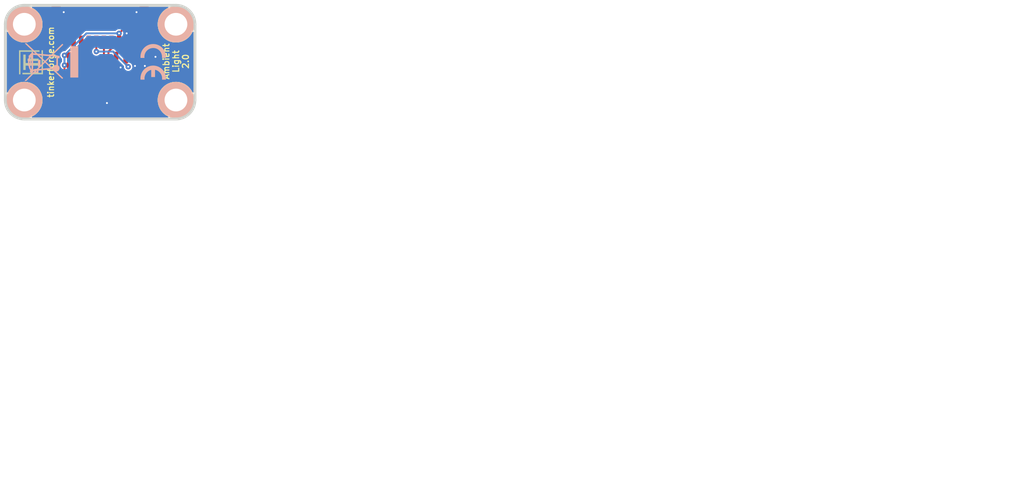
<source format=kicad_pcb>
(kicad_pcb (version 20221018) (generator pcbnew)
  (title_block (title "Ambient Light Bricklet") (date "Do 02 Apr 2015") (rev "2.0") (company "Tinkerforge") (comment 1 "Licensed under CERN OHL v.1.1") (comment 2 "Copyright (©) 2015, B.Nordmeyer <bastian@tinkerforge.com>"))
  (layers (0 "F.Cu" signal) (31 "B.Cu" signal) (34 "B.Paste" user) (35 "F.Paste" user) (36 "B.SilkS" user "B.Silkscreen") (37 "F.SilkS" user "F.Silkscreen") (38 "B.Mask" user) (39 "F.Mask" user) (44 "Edge.Cuts" user))
  (net 0 "")
  (net 1 "GND")
  (net 2 "VCC")
  (net 3 "SCL")
  (net 4 "SDA")
  (net 5 "Net-(P1-Pad6)")
  (net 6 "Net-(P1-Pad7)")
  (net 7 "Net-(P1-Pad8)")
  (net 8 "Net-(P1-Pad1)")
  (net 9 "Net-(P1-Pad9)")
  (net 10 "Net-(P1-Pad10)")
  (net 11 "Net-(U1-Pad7)")
  (footprint "kicad-libraries:CON-SENSOR" (layer "F.Cu") (at 142.4 86.5 180)
    (fp_text reference "P1")
    (fp_text value "CON-SENSOR")
    (pad "1" smd rect (at -4.50088 -4.7752 180) (size 0.59944 1.5494) (layers "F.Cu" "F.Paste" "F.Mask") (net 8 "Net-(P1-Pad1)"))
    (pad "2" smd rect (at -3.50012 -4.7752 180) (size 0.59944 1.5494) (layers "F.Cu" "F.Paste" "F.Mask") (net 1 "GND"))
    (pad "3" smd rect (at -2.49936 -4.7752 180) (size 0.59944 1.5494) (layers "F.Cu" "F.Paste" "F.Mask") (net 2 "VCC"))
    (pad "4" smd rect (at -1.50114 -4.7752 180) (size 0.59944 1.5494) (layers "F.Cu" "F.Paste" "F.Mask") (net 3 "SCL"))
    (pad "5" smd rect (at -0.50038 -4.7752 180) (size 0.59944 1.5494) (layers "F.Cu" "F.Paste" "F.Mask") (net 4 "SDA"))
    (pad "6" smd rect (at 0.50038 -4.7752 180) (size 0.59944 1.5494) (layers "F.Cu" "F.Paste" "F.Mask") (net 5 "Net-(P1-Pad6)"))
    (pad "7" smd rect (at 1.50114 -4.7752 180) (size 0.59944 1.5494) (layers "F.Cu" "F.Paste" "F.Mask") (net 6 "Net-(P1-Pad7)"))
    (pad "8" smd rect (at 2.49936 -4.7752 180) (size 0.59944 1.5494) (layers "F.Cu" "F.Paste" "F.Mask") (net 7 "Net-(P1-Pad8)"))
    (pad "9" smd rect (at 3.50012 -4.7752 180) (size 0.59944 1.5494) (layers "F.Cu" "F.Paste" "F.Mask") (net 9 "Net-(P1-Pad9)"))
    (pad "10" smd rect (at 4.50088 -4.7752 180) (size 0.59944 1.5494) (layers "F.Cu" "F.Paste" "F.Mask") (net 10 "Net-(P1-Pad10)"))
    (pad "EP" smd rect (at -5.79882 -0.89916 180) (size 1.19888 1.80086) (layers "F.Cu" "F.Paste" "F.Mask") (net 1 "GND"))
    (pad "EP" smd rect (at 5.79882 -0.89916 180) (size 1.19888 1.80086) (layers "F.Cu" "F.Paste" "F.Mask") (net 1 "GND"))
  )
  (footprint "kicad-libraries:SOIC8" (layer "F.Cu") (at 146.4 96.1 180)
    (fp_text reference "U1")
    (fp_text value "M24C64")
    (pad "1" smd rect (at -1.90246 2.69748) (size 0.59944 1.5494) (layers "F.Cu" "F.Paste" "F.Mask") (net 1 "GND"))
    (pad "2" smd rect (at -0.63246 2.69748) (size 0.59944 1.5494) (layers "F.Cu" "F.Paste" "F.Mask") (net 1 "GND"))
    (pad "3" smd rect (at 0.63246 2.69748) (size 0.59944 1.5494) (layers "F.Cu" "F.Paste" "F.Mask") (net 5 "Net-(P1-Pad6)"))
    (pad "4" smd rect (at 1.90246 2.69748) (size 0.59944 1.5494) (layers "F.Cu" "F.Paste" "F.Mask") (net 1 "GND"))
    (pad "5" smd rect (at 1.90246 -2.69748 180) (size 0.59944 1.5494) (layers "F.Cu" "F.Paste" "F.Mask") (net 4 "SDA"))
    (pad "6" smd rect (at 0.63246 -2.69748 180) (size 0.59944 1.5494) (layers "F.Cu" "F.Paste" "F.Mask") (net 3 "SCL"))
    (pad "7" smd rect (at -0.63246 -2.69748 180) (size 0.59944 1.5494) (layers "F.Cu" "F.Paste" "F.Mask") (net 11 "Net-(U1-Pad7)"))
    (pad "8" smd rect (at -1.90246 -2.69748 180) (size 0.59944 1.5494) (layers "F.Cu" "F.Paste" "F.Mask") (net 2 "VCC"))
  )
  (footprint "kicad-libraries:LTR-329ALS" (layer "F.Cu") (at 141.8 97.1)
    (fp_text reference "U2")
    (fp_text value "LTR-329ALS")
    (pad "1" smd rect (at -0.7 0.775) (size 0.9 0.95) (layers "F.Cu" "F.Paste" "F.Mask") (net 2 "VCC"))
    (pad "2" smd rect (at 0.7 0.775) (size 0.9 0.95) (layers "F.Cu" "F.Paste" "F.Mask") (net 1 "GND"))
    (pad "3" smd rect (at 0.7 -0.775) (size 0.9 0.95) (layers "F.Cu" "F.Paste" "F.Mask") (net 6 "Net-(P1-Pad7)"))
    (pad "4" smd rect (at -0.7 -0.775) (size 0.9 0.95) (layers "F.Cu" "F.Paste" "F.Mask") (net 7 "Net-(P1-Pad8)"))
  )
  (footprint "kicad-libraries:DRILL_NP" (layer "F.Cu") (at 152.4 99)
    (fp_text reference "U3" hide)
    (fp_text value "DRILL" hide)
    (pad "" np_thru_hole circle (at 0 0) (size 2.99974 2.99974) (drill 2.99974) (layers "*.Cu" "*.Mask" "F.SilkS") (clearance 0.89916))
  )
  (footprint "kicad-libraries:DRILL_NP" (layer "F.Cu") (at 132.4 89)
    (fp_text reference "U4" hide)
    (fp_text value "DRILL" hide)
    (pad "" np_thru_hole circle (at 0 0) (size 2.99974 2.99974) (drill 2.99974) (layers "*.Cu" "*.Mask" "F.SilkS") (clearance 0.89916))
  )
  (footprint "kicad-libraries:DRILL_NP" (layer "F.Cu") (at 132.4 99)
    (fp_text reference "U5" hide)
    (fp_text value "DRILL" hide)
    (pad "" np_thru_hole circle (at 0 0) (size 2.99974 2.99974) (drill 2.99974) (layers "*.Cu" "*.Mask" "F.SilkS") (clearance 0.89916))
  )
  (footprint "kicad-libraries:DRILL_NP" (layer "F.Cu") (at 152.4 89)
    (fp_text reference "U6" hide)
    (fp_text value "DRILL" hide)
    (pad "" np_thru_hole circle (at 0 0) (size 2.99974 2.99974) (drill 2.99974) (layers "*.Cu" "*.Mask" "F.SilkS") (clearance 0.89916))
  )
  (footprint "kicad-libraries:Logo_31x31" (layer "F.Cu") (at 131.7 95.6 90)
    (fp_text reference "G***" hide)
    (fp_text value "Logo_31x31" hide)
  )
  (footprint "kicad-libraries:Fiducial_Mark" (layer "F.Cu") (at 136.9 100)
    (fp_text reference "Fiducial_Mark" hide)
    (fp_text value "VAL**" hide)
    (pad "1" smd circle (at 0 0) (size 1.00076 1.00076) (layers "F.Cu" "F.Paste" "F.Mask") (clearance 0.65024))
  )
  (footprint "kicad-libraries:Fiducial_Mark" (layer "F.Cu") (at 145.4 88)
    (fp_text reference "Fiducial_Mark" hide)
    (fp_text value "VAL**" hide)
    (pad "1" smd circle (at 0 0) (size 1.00076 1.00076) (layers "F.Cu" "F.Paste" "F.Mask") (clearance 0.65024))
  )
  (footprint "kicad-libraries:C0603" (layer "F.Cu") (at 149.7 94.8 -90)
    (fp_text reference "C1")
    (fp_text value "100nF")
    (pad "1" smd rect (at -0.8001 0 270) (size 0.8001 0.8001) (layers "F.Cu" "F.Paste" "F.Mask") (net 1 "GND"))
    (pad "2" smd rect (at 0.8001 0 270) (size 0.8001 0.8001) (layers "F.Cu" "F.Paste" "F.Mask") (net 2 "VCC"))
  )
  (footprint "kicad-libraries:C0603" (layer "F.Cu") (at 141.8 99.4 180)
    (fp_text reference "C2")
    (fp_text value "100nF")
    (pad "1" smd rect (at -0.8001 0 180) (size 0.8001 0.8001) (layers "F.Cu" "F.Paste" "F.Mask") (net 1 "GND"))
    (pad "2" smd rect (at 0.8001 0 180) (size 0.8001 0.8001) (layers "F.Cu" "F.Paste" "F.Mask") (net 2 "VCC"))
  )
  (footprint "kicad-libraries:R0603" (layer "F.Cu") (at 139.2 93.1)
    (fp_text reference "R1")
    (fp_text value "2k2")
    (pad "1" smd rect (at -0.8001 0) (size 0.8001 0.8001) (layers "F.Cu" "F.Paste" "F.Mask") (net 2 "VCC"))
    (pad "2" smd rect (at 0.8001 0) (size 0.8001 0.8001) (layers "F.Cu" "F.Paste" "F.Mask") (net 6 "Net-(P1-Pad7)"))
  )
  (footprint "kicad-libraries:R0603" (layer "F.Cu") (at 139.2 94.4)
    (fp_text reference "R2")
    (fp_text value "2k2")
    (pad "1" smd rect (at -0.8001 0) (size 0.8001 0.8001) (layers "F.Cu" "F.Paste" "F.Mask") (net 2 "VCC"))
    (pad "2" smd rect (at 0.8001 0) (size 0.8001 0.8001) (layers "F.Cu" "F.Paste" "F.Mask") (net 7 "Net-(P1-Pad8)"))
  )
  (footprint "kicad-libraries:WEEE_7mm_back" (layer "B.Cu") (at 136 94 90)
    (fp_text reference "VAL" hide)
    (fp_text value "WEEE_7mm_back" hide)
  )
  (footprint "kicad-libraries:CE_5mm" (layer "B.Cu") (at 149.4 94 -90)
    (fp_text reference "VAL" hide)
    (fp_text value "CE_5mm" hide)
  )
  (gr_arc (start 154.9 99) (mid 154.167767 100.767767) (end 152.4 101.5) (stroke (width 0.381)) (layer "Edge.Cuts"))
  (gr_arc (start 132.4 101.5) (mid 130.632233 100.767767) (end 129.9 99) (stroke (width 0.381)) (layer "Edge.Cuts"))
  (gr_line (start 132.4 101.5) (end 152.4 101.5) (stroke (width 0.381)) (layer "Edge.Cuts"))
  (gr_arc (start 152.4 86.5) (mid 154.167767 87.232233) (end 154.9 89) (stroke (width 0.381)) (layer "Edge.Cuts"))
  (gr_arc (start 129.9 89) (mid 130.632233 87.232233) (end 132.4 86.5) (stroke (width 0.381)) (layer "Edge.Cuts"))
  (gr_line (start 152.4 86.5) (end 132.4 86.5) (stroke (width 0.381)) (layer "Edge.Cuts"))
  (gr_line (start 154.9 99) (end 154.9 89) (stroke (width 0.381)) (layer "Edge.Cuts"))
  (gr_line (start 129.9 89) (end 129.9 99) (stroke (width 0.381)) (layer "Edge.Cuts"))
  (gr_text "tinkerforge.com" (at 135.9 94 90) (layer "F.SilkS") (effects (font (size 0.8 0.8))))
  (gr_text "Ambient\nLight\n2.0" (at 152.4 93.9 90) (layer "F.SilkS") (effects (font (size 0.8 0.8))))
  (segment (start 142.5 99.2999) (end 142.6001 99.4) (width 0.25) (layer "F.Cu") (net 1))
  (segment (start 148.30246 94.49754) (end 148.3 94.5) (width 0.25) (layer "F.Cu") (net 1))
  (segment (start 147.03246 94.46754) (end 147 94.5) (width 0.25) (layer "F.Cu") (net 1))
  (segment (start 145.90012 90.20012) (end 145.9 90.2) (width 0.25) (layer "F.Cu") (net 1))
  (segment (start 144.49754 94.09754) (end 145.1 94.7) (width 0.25) (layer "F.Cu") (net 1))
  (segment (start 147.2 87.4) (end 147.20084 87.39916) (width 0.25) (layer "F.Cu") (net 1))
  (segment (start 147.20084 87.39916) (end 148.19882 87.39916) (width 0.25) (layer "F.Cu") (net 1))
  (segment (start 137.6 87.4) (end 137.59916 87.39916) (width 0.25) (layer "F.Cu") (net 1))
  (segment (start 137.59916 87.39916) (end 136.60118 87.39916) (width 0.25) (layer "F.Cu") (net 1))
  (segment (start 145.90012 90.20012) (end 145.90012 91.2752) (width 0.25) (layer "F.Cu") (net 1))
  (segment (start 144.49754 93.40252) (end 144.49754 94.09754) (width 0.25) (layer "F.Cu") (net 1))
  (segment (start 148.30246 94.49754) (end 148.30246 93.40252) (width 0.25) (layer "F.Cu") (net 1))
  (segment (start 142.6001 99.4) (end 143.3 99.4) (width 0.25) (layer "F.Cu") (net 1))
  (segment (start 142.5 97.875) (end 142.5 99.2999) (width 0.25) (layer "F.Cu") (net 1))
  (segment (start 149.7 93.9999) (end 149.7 93.3) (width 0.25) (layer "F.Cu") (net 1))
  (segment (start 147.03246 94.46754) (end 147.03246 93.40252) (width 0.25) (layer "F.Cu") (net 1))
  (via (at 137.6 87.4) (size 0.7) (drill 0.25) (layers "F.Cu" "B.Cu") (net 1))
  (via (at 145.1 94.7) (size 0.7) (drill 0.25) (layers "F.Cu" "B.Cu") (net 1))
  (via (at 147.2 87.4) (size 0.7) (drill 0.25) (layers "F.Cu" "B.Cu") (net 1))
  (via (at 148.3 94.5) (size 0.7) (drill 0.25) (layers "F.Cu" "B.Cu") (net 1))
  (via (at 147 94.5) (size 0.7) (drill 0.25) (layers "F.Cu" "B.Cu") (net 1))
  (via (at 149.7 93.3) (size 0.7) (drill 0.25) (layers "F.Cu" "B.Cu") (net 1))
  (via (at 143.3 99.4) (size 0.7) (drill 0.25) (layers "F.Cu" "B.Cu") (net 1))
  (via (at 145.9 90.2) (size 0.7) (drill 0.25) (layers "F.Cu" "B.Cu") (net 1))
  (segment (start 145.1 94.7) (end 143.3 96.5) (width 0.25) (layer "B.Cu") (net 1))
  (segment (start 143.3 96.5) (end 143.3 99.4) (width 0.25) (layer "B.Cu") (net 1))
  (segment (start 149.5 93.3) (end 148.3 94.5) (width 0.25) (layer "B.Cu") (net 1))
  (segment (start 147 95.2) (end 146.8 95.4) (width 0.25) (layer "B.Cu") (net 1))
  (segment (start 146.8 95.4) (end 145.8 95.4) (width 0.25) (layer "B.Cu") (net 1))
  (segment (start 145.8 95.4) (end 145.1 94.7) (width 0.25) (layer "B.Cu") (net 1))
  (segment (start 149 93.3) (end 145.9 90.2) (width 0.25) (layer "B.Cu") (net 1))
  (segment (start 145.9 88.7) (end 147.2 87.4) (width 0.25) (layer "B.Cu") (net 1))
  (segment (start 148.3 94.5) (end 147 94.5) (width 0.25) (layer "B.Cu") (net 1))
  (segment (start 147 94.5) (end 147 95.2) (width 0.25) (layer "B.Cu") (net 1))
  (segment (start 149.7 93.3) (end 149.5 93.3) (width 0.25) (layer "B.Cu") (net 1))
  (segment (start 145.9 90.2) (end 145.9 88.7) (width 0.25) (layer "B.Cu") (net 1))
  (segment (start 149.7 93.3) (end 149 93.3) (width 0.25) (layer "B.Cu") (net 1))
  (segment (start 147.2 87.4) (end 137.6 87.4) (width 0.25) (layer "B.Cu") (net 1))
  (segment (start 148.30246 97.79754) (end 149.7 96.4) (width 0.25) (layer "F.Cu") (net 2))
  (segment (start 149.7 96.4) (end 149.7 95.6001) (width 0.25) (layer "F.Cu") (net 2))
  (segment (start 141.1 99.2999) (end 140.9999 99.4) (width 0.25) (layer "F.Cu") (net 2))
  (segment (start 144.89936 90.20064) (end 144.9 90.2) (width 0.25) (layer "F.Cu") (net 2))
  (segment (start 139.9 99.4) (end 137.7 97.2) (width 0.25) (layer "F.Cu") (net 2))
  (segment (start 137.7 97.2) (end 137.7 94.4) (width 0.25) (layer "F.Cu") (net 2))
  (segment (start 141.1 99.2999) (end 140.9999 99.4) (width 0.25) (layer "F.Cu") (net 2))
  (segment (start 150.3999 95.6001) (end 150.8 95.2) (width 0.25) (layer "F.Cu") (net 2))
  (segment (start 150.8 95.2) (end 150.8 92.6) (width 0.25) (layer "F.Cu") (net 2))
  (segment (start 150.8 92.6) (end 147.7 89.5) (width 0.25) (layer "F.Cu") (net 2))
  (segment (start 147.7 89.5) (end 145.6 89.5) (width 0.25) (layer "F.Cu") (net 2))
  (segment (start 145.6 89.5) (end 144.9 90.2) (width 0.25) (layer "F.Cu") (net 2))
  (segment (start 148.30246 98.79748) (end 148.30246 97.79754) (width 0.25) (layer "F.Cu") (net 2))
  (segment (start 149.7 95.6001) (end 150.3999 95.6001) (width 0.25) (layer "F.Cu") (net 2))
  (segment (start 144.89936 91.2752) (end 144.89936 90.20064) (width 0.25) (layer "F.Cu") (net 2))
  (segment (start 137.7 93.1) (end 138.3999 93.1) (width 0.25) (layer "F.Cu") (net 2))
  (segment (start 141.1 97.875) (end 141.1 99.2999) (width 0.25) (layer "F.Cu") (net 2))
  (segment (start 137.7 94.4) (end 138.3999 94.4) (width 0.25) (layer "F.Cu") (net 2))
  (segment (start 140.9999 99.4) (end 139.9 99.4) (width 0.25) (layer "F.Cu") (net 2))
  (via (at 137.7 94.4) (size 0.7) (drill 0.25) (layers "F.Cu" "B.Cu") (net 2))
  (via (at 144.9 90.2) (size 0.7) (drill 0.25) (layers "F.Cu" "B.Cu") (net 2))
  (via (at 137.7 93.1) (size 0.7) (drill 0.25) (layers "F.Cu" "B.Cu") (net 2))
  (segment (start 144.9 90.2) (end 140.6 90.2) (width 0.25) (layer "B.Cu") (net 2))
  (segment (start 140.6 90.2) (end 137.7 93.1) (width 0.25) (layer "B.Cu") (net 2))
  (segment (start 137.7 93.1) (end 137.7 94.4) (width 0.25) (layer "B.Cu") (net 2))
  (segment (start 143.90114 92.19886) (end 143.5 92.6) (width 0.25) (layer "F.Cu") (net 3))
  (segment (start 143.5 92.6) (end 143.5 94.1) (width 0.25) (layer "F.Cu") (net 3))
  (segment (start 143.5 94.1) (end 145.76754 96.36754) (width 0.25) (layer "F.Cu") (net 3))
  (segment (start 145.76754 96.36754) (end 145.76754 98.79748) (width 0.25) (layer "F.Cu") (net 3))
  (segment (start 143.90114 91.2752) (end 143.90114 92.19886) (width 0.25) (layer "F.Cu") (net 3))
  (segment (start 144.49754 96.09754) (end 142.90038 94.50038) (width 0.25) (layer "F.Cu") (net 4))
  (segment (start 142.90038 94.50038) (end 142.90038 91.2752) (width 0.25) (layer "F.Cu") (net 4))
  (segment (start 144.49754 98.79748) (end 144.49754 96.09754) (width 0.25) (layer "F.Cu") (net 4))
  (segment (start 145.76754 94.26754) (end 146.1 94.6) (width 0.25) (layer "F.Cu") (net 5))
  (segment (start 141.9 92.6) (end 141.89962 92.59962) (width 0.25) (layer "F.Cu") (net 5))
  (segment (start 141.89962 92.59962) (end 141.89962 91.2752) (width 0.25) (layer "F.Cu") (net 5))
  (segment (start 145.76754 93.40252) (end 145.76754 94.26754) (width 0.25) (layer "F.Cu") (net 5))
  (via (at 141.9 92.6) (size 0.7) (drill 0.25) (layers "F.Cu" "B.Cu") (net 5))
  (via (at 146.1 94.6) (size 0.7) (drill 0.25) (layers "F.Cu" "B.Cu") (net 5))
  (segment (start 146.1 94.6) (end 144.1 92.6) (width 0.25) (layer "B.Cu") (net 5))
  (segment (start 144.1 92.6) (end 141.9 92.6) (width 0.25) (layer "B.Cu") (net 5))
  (segment (start 140.89886 91.90114) (end 140.0001 92.7999) (width 0.25) (layer "F.Cu") (net 6))
  (segment (start 140.0001 92.7999) (end 140.0001 93.1) (width 0.25) (layer "F.Cu") (net 6))
  (segment (start 142.5 95.3) (end 141.4 94.2) (width 0.25) (layer "F.Cu") (net 6))
  (segment (start 141.4 94.2) (end 141.4 93.5) (width 0.25) (layer "F.Cu") (net 6))
  (segment (start 141.4 93.5) (end 141 93.1) (width 0.25) (layer "F.Cu") (net 6))
  (segment (start 141 93.1) (end 140.0001 93.1) (width 0.25) (layer "F.Cu") (net 6))
  (segment (start 140.89886 91.2752) (end 140.89886 91.90114) (width 0.25) (layer "F.Cu") (net 6))
  (segment (start 142.5 96.325) (end 142.5 95.3) (width 0.25) (layer "F.Cu") (net 6))
  (segment (start 139.90064 91.89936) (end 139.2 92.6) (width 0.25) (layer "F.Cu") (net 7))
  (segment (start 139.2 92.6) (end 139.2 94.1) (width 0.25) (layer "F.Cu") (net 7))
  (segment (start 139.2 94.1) (end 139.5 94.4) (width 0.25) (layer "F.Cu") (net 7))
  (segment (start 139.5 94.4) (end 140.0001 94.4) (width 0.25) (layer "F.Cu") (net 7))
  (segment (start 141.1 95) (end 140.5 94.4) (width 0.25) (layer "F.Cu") (net 7))
  (segment (start 140.5 94.4) (end 140.0001 94.4) (width 0.25) (layer "F.Cu") (net 7))
  (segment (start 141.1 96.325) (end 141.1 95) (width 0.25) (layer "F.Cu") (net 7))
  (segment (start 139.90064 91.2752) (end 139.90064 91.89936) (width 0.25) (layer "F.Cu") (net 7))
  (zone (net 1) (net_name "GND") (layer "B.Cu") (connect_pads (clearance 0.2)) (min_thickness 0.15) (fill yes (thermal_gap 0) (thermal_bridge_width 0.2))
    (polygon (pts (xy 129.9 86.5) (xy 154.9 86.5) (xy 154.9 101.5) (xy 129.9 101.5)))
  )
)
</source>
